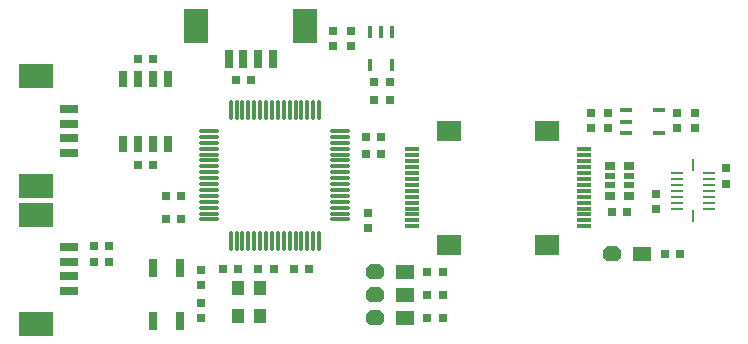
<source format=gtp>
G04*
G04 #@! TF.GenerationSoftware,Altium Limited,Altium Designer,20.0.2 (26)*
G04*
G04 Layer_Color=8421504*
%FSLAX25Y25*%
%MOIN*%
G70*
G01*
G75*
%ADD22R,0.01772X0.03937*%
%ADD23R,0.03937X0.01772*%
%ADD24R,0.04134X0.05118*%
%ADD25R,0.03150X0.06299*%
%ADD26R,0.07874X0.11811*%
%ADD27O,0.07070X0.01102*%
%ADD28O,0.01102X0.07070*%
%ADD29R,0.06299X0.03150*%
%ADD30R,0.11811X0.07874*%
%ADD31R,0.02756X0.05906*%
%ADD32R,0.03000X0.03000*%
%ADD33R,0.03000X0.03000*%
G04:AMPARAMS|DCode=34|XSize=60mil|YSize=50mil|CornerRadius=0mil|HoleSize=0mil|Usage=FLASHONLY|Rotation=180.000|XOffset=0mil|YOffset=0mil|HoleType=Round|Shape=Octagon|*
%AMOCTAGOND34*
4,1,8,-0.03000,0.01250,-0.03000,-0.01250,-0.01750,-0.02500,0.01750,-0.02500,0.03000,-0.01250,0.03000,0.01250,0.01750,0.02500,-0.01750,0.02500,-0.03000,0.01250,0.0*
%
%ADD34OCTAGOND34*%

%ADD35R,0.06000X0.05000*%
%ADD36R,0.02559X0.05800*%
%ADD37R,0.07874X0.07087*%
%ADD38R,0.04724X0.01181*%
%ADD39R,0.03543X0.02559*%
%ADD40R,0.03543X0.01968*%
%ADD41R,0.00984X0.03937*%
%ADD42R,0.03937X0.00984*%
G54D22*
X-50240Y78488D02*
D03*
X-42760Y78488D02*
D03*
X-46500Y89512D02*
D03*
X-42760D02*
D03*
X-50240D02*
D03*
G54D23*
X46271Y55840D02*
D03*
Y63321D02*
D03*
X35247Y59580D02*
D03*
Y63321D02*
D03*
Y55840D02*
D03*
G54D24*
X-86894Y-5067D02*
D03*
Y3988D02*
D03*
X-94177D02*
D03*
Y-5067D02*
D03*
G54D25*
X-82564Y80435D02*
D03*
X-87485D02*
D03*
X-92406D02*
D03*
X-97328D02*
D03*
G54D26*
X-71764Y91500D02*
D03*
X-108236D02*
D03*
G54D27*
X-103760Y26958D02*
D03*
Y28927D02*
D03*
Y30895D02*
D03*
Y32864D02*
D03*
Y34832D02*
D03*
Y36801D02*
D03*
Y38769D02*
D03*
Y40738D02*
D03*
Y42706D02*
D03*
Y44675D02*
D03*
Y46643D02*
D03*
Y48612D02*
D03*
Y50580D02*
D03*
Y52549D02*
D03*
Y54517D02*
D03*
Y56486D02*
D03*
X-60060D02*
D03*
Y54517D02*
D03*
Y52549D02*
D03*
Y50580D02*
D03*
Y48612D02*
D03*
Y46643D02*
D03*
Y44675D02*
D03*
Y42706D02*
D03*
Y40738D02*
D03*
Y38769D02*
D03*
Y36801D02*
D03*
Y34832D02*
D03*
Y32864D02*
D03*
Y30895D02*
D03*
Y28927D02*
D03*
Y26958D02*
D03*
G54D28*
X-96674Y63572D02*
D03*
X-94705D02*
D03*
X-92737D02*
D03*
X-90768D02*
D03*
X-88800D02*
D03*
X-86831D02*
D03*
X-84863D02*
D03*
X-82894D02*
D03*
X-80926D02*
D03*
X-78957D02*
D03*
X-76989D02*
D03*
X-75020D02*
D03*
X-73052D02*
D03*
X-71083D02*
D03*
X-69115D02*
D03*
X-67146D02*
D03*
Y19872D02*
D03*
X-69115D02*
D03*
X-71083D02*
D03*
X-73052D02*
D03*
X-75020D02*
D03*
X-76989D02*
D03*
X-78957D02*
D03*
X-80926D02*
D03*
X-82894D02*
D03*
X-84863D02*
D03*
X-86831D02*
D03*
X-88800D02*
D03*
X-90768D02*
D03*
X-92737D02*
D03*
X-94705D02*
D03*
X-96674D02*
D03*
G54D29*
X-150629Y17790D02*
D03*
X-150629Y12869D02*
D03*
X-150629Y7948D02*
D03*
Y3026D02*
D03*
Y63846D02*
D03*
Y58925D02*
D03*
Y54004D02*
D03*
Y49082D02*
D03*
G54D30*
X-161695Y28590D02*
D03*
Y-7882D02*
D03*
Y74646D02*
D03*
Y38174D02*
D03*
G54D31*
X-113682Y10910D02*
D03*
Y-6807D02*
D03*
X-122541Y10910D02*
D03*
X-122541Y-6807D02*
D03*
G54D32*
X-122441Y45000D02*
D03*
X-127559Y45000D02*
D03*
X-46400Y48682D02*
D03*
X-51518D02*
D03*
X-137195Y12618D02*
D03*
X-142313D02*
D03*
X-137195Y18118D02*
D03*
X-142313D02*
D03*
X-113135Y34832D02*
D03*
X-118253D02*
D03*
X-31100Y1687D02*
D03*
X-25981D02*
D03*
X-31100Y-6012D02*
D03*
X-25981D02*
D03*
X-31100Y9287D02*
D03*
X-25981D02*
D03*
X-127694Y80488D02*
D03*
X-122576Y80488D02*
D03*
X-46382Y54517D02*
D03*
X-51500D02*
D03*
X-48787Y66720D02*
D03*
X-43669Y66720D02*
D03*
X-48798Y72628D02*
D03*
X-43680D02*
D03*
X-75611Y10489D02*
D03*
X-70493D02*
D03*
X-94135D02*
D03*
X-99253D02*
D03*
X-82366Y10489D02*
D03*
X-87484D02*
D03*
X-89847Y73452D02*
D03*
X-94965D02*
D03*
X-118204Y26958D02*
D03*
X-113086D02*
D03*
X48058Y15499D02*
D03*
X53176D02*
D03*
X30441Y29535D02*
D03*
X35559D02*
D03*
G54D33*
X-106612Y-889D02*
D03*
X-106612Y-6007D02*
D03*
X-50808Y24111D02*
D03*
Y29230D02*
D03*
X-106612Y10111D02*
D03*
X-106612Y4993D02*
D03*
X-56628Y84702D02*
D03*
Y89820D02*
D03*
X-62628Y84702D02*
D03*
X-62628Y89820D02*
D03*
X23467Y57294D02*
D03*
Y62412D02*
D03*
X68500Y43993D02*
D03*
Y38875D02*
D03*
X45000Y35500D02*
D03*
Y30382D02*
D03*
X58176Y57294D02*
D03*
Y62412D02*
D03*
X52176Y57294D02*
D03*
Y62412D02*
D03*
X29000Y57294D02*
D03*
Y62412D02*
D03*
G54D34*
X-48640Y1688D02*
D03*
Y-6012D02*
D03*
Y9288D02*
D03*
X30559Y15500D02*
D03*
G54D35*
X-38640Y1688D02*
D03*
Y-6012D02*
D03*
Y9288D02*
D03*
X40559Y15500D02*
D03*
G54D36*
X-117635Y52163D02*
D03*
X-122635Y52163D02*
D03*
X-127635D02*
D03*
X-132635Y52163D02*
D03*
Y73817D02*
D03*
X-127635Y73817D02*
D03*
X-122635Y73817D02*
D03*
X-117635Y73817D02*
D03*
G54D37*
X-23799Y56398D02*
D03*
Y18602D02*
D03*
X8799D02*
D03*
Y56398D02*
D03*
G54D38*
X-36201Y50295D02*
D03*
X-36201Y48327D02*
D03*
X-36201Y46358D02*
D03*
X-36201Y44390D02*
D03*
X-36201Y42421D02*
D03*
Y40453D02*
D03*
Y38484D02*
D03*
Y36516D02*
D03*
Y34547D02*
D03*
Y32579D02*
D03*
X-36201Y30610D02*
D03*
X-36201Y28642D02*
D03*
X-36201Y26673D02*
D03*
X-36201Y24705D02*
D03*
X21201Y24705D02*
D03*
Y26673D02*
D03*
Y28642D02*
D03*
Y30610D02*
D03*
Y32579D02*
D03*
Y34547D02*
D03*
Y36516D02*
D03*
Y38484D02*
D03*
Y40453D02*
D03*
Y42421D02*
D03*
Y44390D02*
D03*
Y46358D02*
D03*
Y48327D02*
D03*
Y50295D02*
D03*
G54D39*
X29850Y44898D02*
D03*
Y34819D02*
D03*
X36150D02*
D03*
Y44898D02*
D03*
G54D40*
X29850Y41433D02*
D03*
Y38284D02*
D03*
X36150D02*
D03*
Y41433D02*
D03*
G54D41*
X57500Y28035D02*
D03*
Y44965D02*
D03*
G54D42*
X62815Y30595D02*
D03*
X62815Y32563D02*
D03*
X62815Y34532D02*
D03*
Y36500D02*
D03*
Y38469D02*
D03*
Y40437D02*
D03*
Y42406D02*
D03*
X52185D02*
D03*
Y40437D02*
D03*
Y38469D02*
D03*
Y36500D02*
D03*
Y34532D02*
D03*
X52185Y32563D02*
D03*
X52185Y30595D02*
D03*
M02*

</source>
